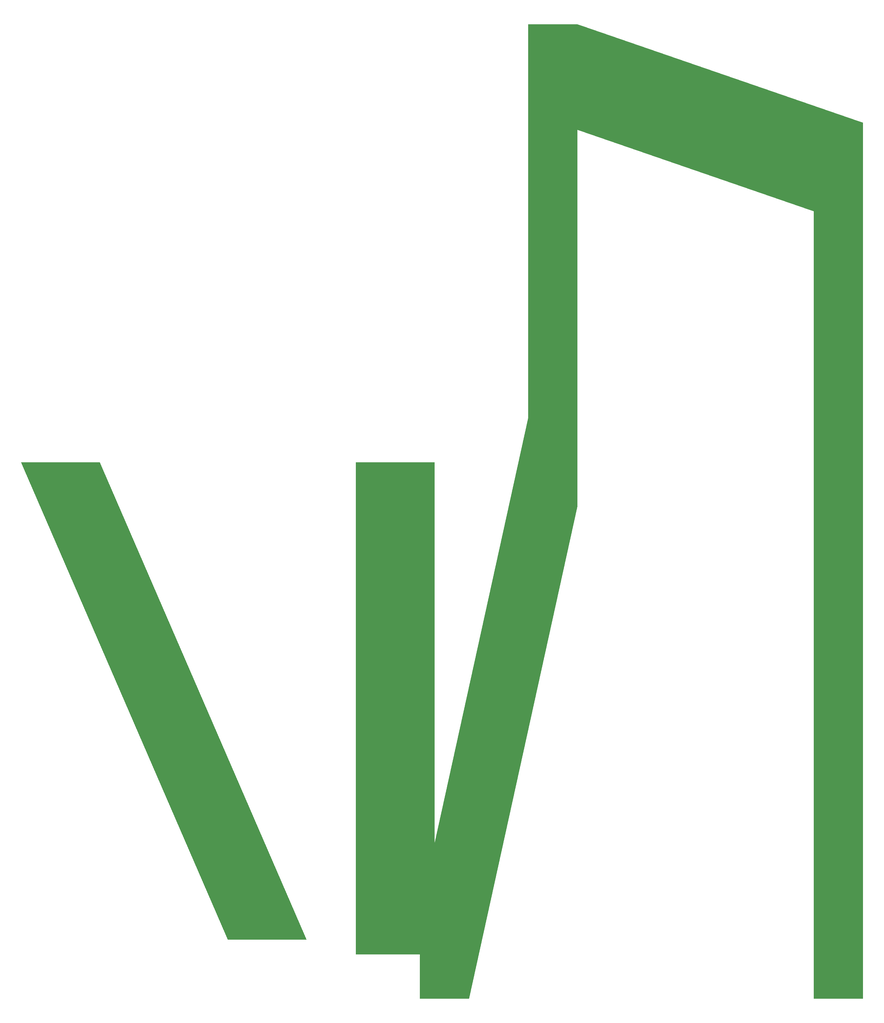
<source format=gbr>
G04 Verification of all aperture macros *
G04 Handcoded by Stefan Petersen *
%MOIN*%
%FSLAX23Y23*%
%OFA0.0000B0.0000*%
G90*

%ADD10R,0.5X0.9*%
X0Y0D02*
G54D10*
X0Y0D01*
X1100Y5000D01*
Y9000D01*
X4000Y8000D01*
Y0D01*

%ADD11R,0.8X0*%
G54D11*
X-1800Y150D02*
X-3900Y5000D01*
X-500D01*
Y300D01
Y0D01*

M02*

</source>
